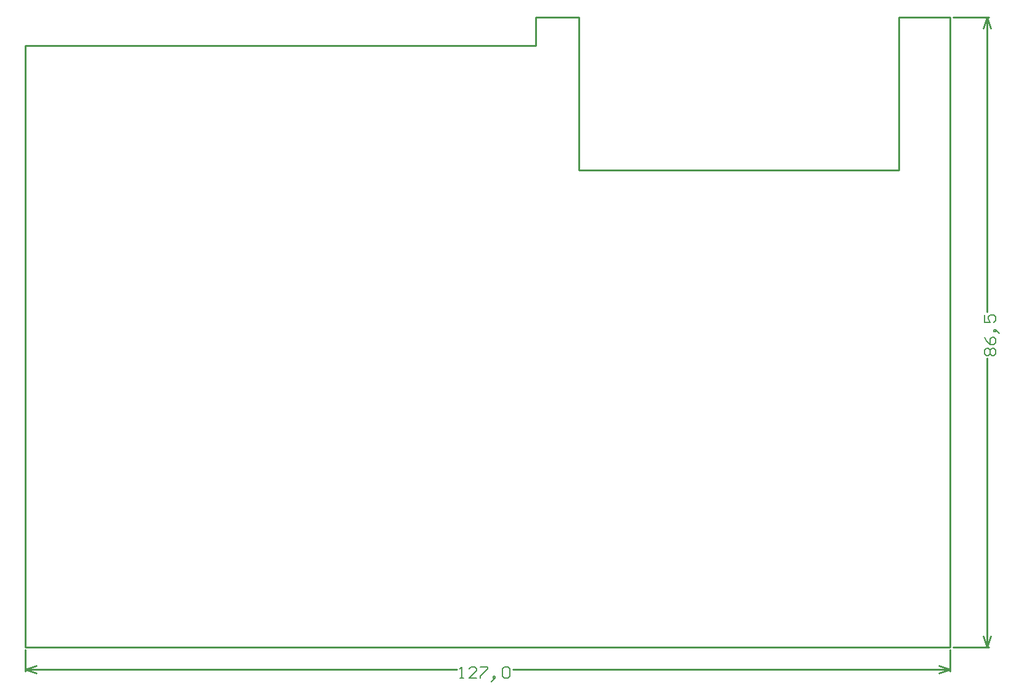
<source format=gko>
G04 Layer_Color=16711935*
%FSLAX25Y25*%
%MOIN*%
G70*
G01*
G75*
%ADD43C,0.01000*%
%ADD65C,0.00600*%
D43*
X500000Y-13205D02*
Y-1500D01*
X-0Y-13205D02*
Y-1500D01*
X263496Y-12205D02*
X500000D01*
X-0D02*
X233304D01*
X494000Y-10205D02*
X500000Y-12205D01*
X494000Y-14205D02*
X500000Y-12205D01*
X-0D02*
X6000Y-14205D01*
X-0Y-12205D02*
X6000Y-10205D01*
X501500Y340551D02*
X521079D01*
X501500Y-0D02*
X521079D01*
X520079Y181272D02*
Y340551D01*
Y-0D02*
Y156079D01*
X518079Y334551D02*
X520079Y340551D01*
X522079Y334551D01*
X520079Y-0D02*
X522079Y6000D01*
X518079D02*
X520079Y-0D01*
X-0D02*
X500000D01*
X500000Y0D02*
X500000Y-0D01*
X500000Y0D02*
Y340551D01*
X500000Y340551D02*
X500000Y340551D01*
X472441Y340551D02*
X500000D01*
X472441Y257874D02*
Y340551D01*
X299213Y257874D02*
X472441D01*
X299213D02*
Y340551D01*
X276063D02*
X299213D01*
X276063Y340551D02*
X276063Y340551D01*
X276063Y325197D02*
Y340551D01*
X276063Y325197D02*
X276063Y325197D01*
X-0Y325197D02*
X276063D01*
X-0D02*
X-0Y325197D01*
Y-0D02*
Y325197D01*
D65*
X234904Y-16803D02*
X236904D01*
X235904D01*
Y-10805D01*
X234904Y-11805D01*
X243901Y-16803D02*
X239903D01*
X243901Y-12805D01*
Y-11805D01*
X242902Y-10805D01*
X240902D01*
X239903Y-11805D01*
X245901Y-10805D02*
X249900D01*
Y-11805D01*
X245901Y-15804D01*
Y-16803D01*
X252899Y-17803D02*
X253898Y-16803D01*
Y-15804D01*
X252899D01*
Y-16803D01*
X253898D01*
X252899Y-17803D01*
X251899Y-18803D01*
X257897Y-11805D02*
X258897Y-10805D01*
X260896D01*
X261896Y-11805D01*
Y-15804D01*
X260896Y-16803D01*
X258897D01*
X257897Y-15804D01*
Y-11805D01*
X519679Y157679D02*
X518679Y158679D01*
Y160678D01*
X519679Y161678D01*
X520679D01*
X521678Y160678D01*
X522678Y161678D01*
X523678D01*
X524677Y160678D01*
Y158679D01*
X523678Y157679D01*
X522678D01*
X521678Y158679D01*
X520679Y157679D01*
X519679D01*
X521678Y158679D02*
Y160678D01*
X518679Y167676D02*
X519679Y165677D01*
X521678Y163677D01*
X523678D01*
X524677Y164677D01*
Y166676D01*
X523678Y167676D01*
X522678D01*
X521678Y166676D01*
Y163677D01*
X525677Y170675D02*
X524677Y171675D01*
X523678D01*
Y170675D01*
X524677D01*
Y171675D01*
X525677Y170675D01*
X526677Y169675D01*
X518679Y179672D02*
Y175673D01*
X521678D01*
X520679Y177673D01*
Y178672D01*
X521678Y179672D01*
X523678D01*
X524677Y178672D01*
Y176673D01*
X523678Y175673D01*
M02*

</source>
